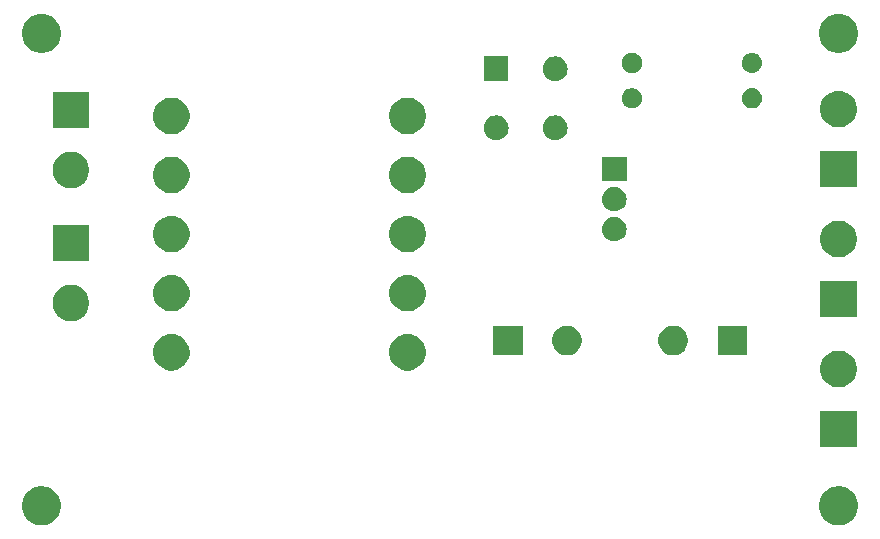
<source format=gbs>
G04 #@! TF.GenerationSoftware,KiCad,Pcbnew,5.0.2+dfsg1-1+deb10u1*
G04 #@! TF.CreationDate,2023-11-14T21:39:22+01:00*
G04 #@! TF.ProjectId,AlimentationSecteur2024v1,416c696d-656e-4746-9174-696f6e536563,rev?*
G04 #@! TF.SameCoordinates,Original*
G04 #@! TF.FileFunction,Soldermask,Bot*
G04 #@! TF.FilePolarity,Negative*
%FSLAX46Y46*%
G04 Gerber Fmt 4.6, Leading zero omitted, Abs format (unit mm)*
G04 Created by KiCad (PCBNEW 5.0.2+dfsg1-1+deb10u1) date mar. 14 nov. 2023 21:39:22 CET*
%MOMM*%
%LPD*%
G01*
G04 APERTURE LIST*
%ADD10C,0.150000*%
G04 APERTURE END LIST*
D10*
G36*
X180875256Y-118891298D02*
X180981579Y-118912447D01*
X181282042Y-119036903D01*
X181548852Y-119215180D01*
X181552454Y-119217587D01*
X181782413Y-119447546D01*
X181963098Y-119717960D01*
X182087553Y-120018422D01*
X182151000Y-120337389D01*
X182151000Y-120662611D01*
X182087553Y-120981578D01*
X181963098Y-121282040D01*
X181782413Y-121552454D01*
X181552454Y-121782413D01*
X181552451Y-121782415D01*
X181282042Y-121963097D01*
X180981579Y-122087553D01*
X180875256Y-122108702D01*
X180662611Y-122151000D01*
X180337389Y-122151000D01*
X180124744Y-122108702D01*
X180018421Y-122087553D01*
X179717958Y-121963097D01*
X179447549Y-121782415D01*
X179447546Y-121782413D01*
X179217587Y-121552454D01*
X179036902Y-121282040D01*
X178912447Y-120981578D01*
X178849000Y-120662611D01*
X178849000Y-120337389D01*
X178912447Y-120018422D01*
X179036902Y-119717960D01*
X179217587Y-119447546D01*
X179447546Y-119217587D01*
X179451148Y-119215180D01*
X179717958Y-119036903D01*
X180018421Y-118912447D01*
X180124744Y-118891298D01*
X180337389Y-118849000D01*
X180662611Y-118849000D01*
X180875256Y-118891298D01*
X180875256Y-118891298D01*
G37*
G36*
X113375256Y-118891298D02*
X113481579Y-118912447D01*
X113782042Y-119036903D01*
X114048852Y-119215180D01*
X114052454Y-119217587D01*
X114282413Y-119447546D01*
X114463098Y-119717960D01*
X114587553Y-120018422D01*
X114651000Y-120337389D01*
X114651000Y-120662611D01*
X114587553Y-120981578D01*
X114463098Y-121282040D01*
X114282413Y-121552454D01*
X114052454Y-121782413D01*
X114052451Y-121782415D01*
X113782042Y-121963097D01*
X113481579Y-122087553D01*
X113375256Y-122108702D01*
X113162611Y-122151000D01*
X112837389Y-122151000D01*
X112624744Y-122108702D01*
X112518421Y-122087553D01*
X112217958Y-121963097D01*
X111947549Y-121782415D01*
X111947546Y-121782413D01*
X111717587Y-121552454D01*
X111536902Y-121282040D01*
X111412447Y-120981578D01*
X111349000Y-120662611D01*
X111349000Y-120337389D01*
X111412447Y-120018422D01*
X111536902Y-119717960D01*
X111717587Y-119447546D01*
X111947546Y-119217587D01*
X111951148Y-119215180D01*
X112217958Y-119036903D01*
X112518421Y-118912447D01*
X112624744Y-118891298D01*
X112837389Y-118849000D01*
X113162611Y-118849000D01*
X113375256Y-118891298D01*
X113375256Y-118891298D01*
G37*
G36*
X182051000Y-115551000D02*
X178949000Y-115551000D01*
X178949000Y-112449000D01*
X182051000Y-112449000D01*
X182051000Y-115551000D01*
X182051000Y-115551000D01*
G37*
G36*
X180852527Y-107408736D02*
X180952410Y-107428604D01*
X181234674Y-107545521D01*
X181488705Y-107715259D01*
X181704741Y-107931295D01*
X181874479Y-108185326D01*
X181991396Y-108467590D01*
X182051000Y-108767240D01*
X182051000Y-109072760D01*
X181991396Y-109372410D01*
X181874479Y-109654674D01*
X181704741Y-109908705D01*
X181488705Y-110124741D01*
X181234674Y-110294479D01*
X180952410Y-110411396D01*
X180852527Y-110431264D01*
X180652762Y-110471000D01*
X180347238Y-110471000D01*
X180147473Y-110431264D01*
X180047590Y-110411396D01*
X179765326Y-110294479D01*
X179511295Y-110124741D01*
X179295259Y-109908705D01*
X179125521Y-109654674D01*
X179008604Y-109372410D01*
X178949000Y-109072760D01*
X178949000Y-108767240D01*
X179008604Y-108467590D01*
X179125521Y-108185326D01*
X179295259Y-107931295D01*
X179511295Y-107715259D01*
X179765326Y-107545521D01*
X180047590Y-107428604D01*
X180147473Y-107408736D01*
X180347238Y-107369000D01*
X180652762Y-107369000D01*
X180852527Y-107408736D01*
X180852527Y-107408736D01*
G37*
G36*
X144352527Y-105988736D02*
X144452410Y-106008604D01*
X144734674Y-106125521D01*
X144988705Y-106295259D01*
X145204741Y-106511295D01*
X145374479Y-106765326D01*
X145491396Y-107047590D01*
X145491396Y-107047591D01*
X145541100Y-107297466D01*
X145551000Y-107347240D01*
X145551000Y-107652760D01*
X145491396Y-107952410D01*
X145374479Y-108234674D01*
X145204741Y-108488705D01*
X144988705Y-108704741D01*
X144734674Y-108874479D01*
X144452410Y-108991396D01*
X144352527Y-109011264D01*
X144152762Y-109051000D01*
X143847238Y-109051000D01*
X143647473Y-109011264D01*
X143547590Y-108991396D01*
X143265326Y-108874479D01*
X143011295Y-108704741D01*
X142795259Y-108488705D01*
X142625521Y-108234674D01*
X142508604Y-107952410D01*
X142449000Y-107652760D01*
X142449000Y-107347240D01*
X142458901Y-107297466D01*
X142508604Y-107047591D01*
X142508604Y-107047590D01*
X142625521Y-106765326D01*
X142795259Y-106511295D01*
X143011295Y-106295259D01*
X143265326Y-106125521D01*
X143547590Y-106008604D01*
X143647473Y-105988736D01*
X143847238Y-105949000D01*
X144152762Y-105949000D01*
X144352527Y-105988736D01*
X144352527Y-105988736D01*
G37*
G36*
X124352527Y-105988736D02*
X124452410Y-106008604D01*
X124734674Y-106125521D01*
X124988705Y-106295259D01*
X125204741Y-106511295D01*
X125374479Y-106765326D01*
X125491396Y-107047590D01*
X125491396Y-107047591D01*
X125541100Y-107297466D01*
X125551000Y-107347240D01*
X125551000Y-107652760D01*
X125491396Y-107952410D01*
X125374479Y-108234674D01*
X125204741Y-108488705D01*
X124988705Y-108704741D01*
X124734674Y-108874479D01*
X124452410Y-108991396D01*
X124352527Y-109011264D01*
X124152762Y-109051000D01*
X123847238Y-109051000D01*
X123647473Y-109011264D01*
X123547590Y-108991396D01*
X123265326Y-108874479D01*
X123011295Y-108704741D01*
X122795259Y-108488705D01*
X122625521Y-108234674D01*
X122508604Y-107952410D01*
X122449000Y-107652760D01*
X122449000Y-107347240D01*
X122458901Y-107297466D01*
X122508604Y-107047591D01*
X122508604Y-107047590D01*
X122625521Y-106765326D01*
X122795259Y-106511295D01*
X123011295Y-106295259D01*
X123265326Y-106125521D01*
X123547590Y-106008604D01*
X123647473Y-105988736D01*
X123847238Y-105949000D01*
X124152762Y-105949000D01*
X124352527Y-105988736D01*
X124352527Y-105988736D01*
G37*
G36*
X153751000Y-107751000D02*
X151249000Y-107751000D01*
X151249000Y-105249000D01*
X153751000Y-105249000D01*
X153751000Y-107751000D01*
X153751000Y-107751000D01*
G37*
G36*
X172751000Y-107751000D02*
X170249000Y-107751000D01*
X170249000Y-105249000D01*
X172751000Y-105249000D01*
X172751000Y-107751000D01*
X172751000Y-107751000D01*
G37*
G36*
X166683636Y-105261019D02*
X166864903Y-105297075D01*
X167092571Y-105391378D01*
X167296542Y-105527668D01*
X167297469Y-105528287D01*
X167471713Y-105702531D01*
X167471715Y-105702534D01*
X167608622Y-105907429D01*
X167702925Y-106135097D01*
X167751000Y-106376787D01*
X167751000Y-106623213D01*
X167702925Y-106864903D01*
X167608622Y-107092571D01*
X167472332Y-107296542D01*
X167471713Y-107297469D01*
X167297469Y-107471713D01*
X167297466Y-107471715D01*
X167092571Y-107608622D01*
X166864903Y-107702925D01*
X166683635Y-107738981D01*
X166623214Y-107751000D01*
X166376786Y-107751000D01*
X166316365Y-107738981D01*
X166135097Y-107702925D01*
X165907429Y-107608622D01*
X165702534Y-107471715D01*
X165702531Y-107471713D01*
X165528287Y-107297469D01*
X165527668Y-107296542D01*
X165391378Y-107092571D01*
X165297075Y-106864903D01*
X165249000Y-106623213D01*
X165249000Y-106376787D01*
X165297075Y-106135097D01*
X165391378Y-105907429D01*
X165528285Y-105702534D01*
X165528287Y-105702531D01*
X165702531Y-105528287D01*
X165703458Y-105527668D01*
X165907429Y-105391378D01*
X166135097Y-105297075D01*
X166316364Y-105261019D01*
X166376786Y-105249000D01*
X166623214Y-105249000D01*
X166683636Y-105261019D01*
X166683636Y-105261019D01*
G37*
G36*
X157683636Y-105261019D02*
X157864903Y-105297075D01*
X158092571Y-105391378D01*
X158296542Y-105527668D01*
X158297469Y-105528287D01*
X158471713Y-105702531D01*
X158471715Y-105702534D01*
X158608622Y-105907429D01*
X158702925Y-106135097D01*
X158751000Y-106376787D01*
X158751000Y-106623213D01*
X158702925Y-106864903D01*
X158608622Y-107092571D01*
X158472332Y-107296542D01*
X158471713Y-107297469D01*
X158297469Y-107471713D01*
X158297466Y-107471715D01*
X158092571Y-107608622D01*
X157864903Y-107702925D01*
X157683635Y-107738981D01*
X157623214Y-107751000D01*
X157376786Y-107751000D01*
X157316365Y-107738981D01*
X157135097Y-107702925D01*
X156907429Y-107608622D01*
X156702534Y-107471715D01*
X156702531Y-107471713D01*
X156528287Y-107297469D01*
X156527668Y-107296542D01*
X156391378Y-107092571D01*
X156297075Y-106864903D01*
X156249000Y-106623213D01*
X156249000Y-106376787D01*
X156297075Y-106135097D01*
X156391378Y-105907429D01*
X156528285Y-105702534D01*
X156528287Y-105702531D01*
X156702531Y-105528287D01*
X156703458Y-105527668D01*
X156907429Y-105391378D01*
X157135097Y-105297075D01*
X157316364Y-105261019D01*
X157376786Y-105249000D01*
X157623214Y-105249000D01*
X157683636Y-105261019D01*
X157683636Y-105261019D01*
G37*
G36*
X115852527Y-101818736D02*
X115952410Y-101838604D01*
X116234674Y-101955521D01*
X116488705Y-102125259D01*
X116704741Y-102341295D01*
X116874479Y-102595326D01*
X116991396Y-102877590D01*
X116991396Y-102877591D01*
X117051000Y-103177238D01*
X117051000Y-103482762D01*
X117049817Y-103488707D01*
X116991396Y-103782410D01*
X116874479Y-104064674D01*
X116704741Y-104318705D01*
X116488705Y-104534741D01*
X116234674Y-104704479D01*
X115952410Y-104821396D01*
X115852527Y-104841264D01*
X115652762Y-104881000D01*
X115347238Y-104881000D01*
X115147473Y-104841264D01*
X115047590Y-104821396D01*
X114765326Y-104704479D01*
X114511295Y-104534741D01*
X114295259Y-104318705D01*
X114125521Y-104064674D01*
X114008604Y-103782410D01*
X113950183Y-103488707D01*
X113949000Y-103482762D01*
X113949000Y-103177238D01*
X114008604Y-102877591D01*
X114008604Y-102877590D01*
X114125521Y-102595326D01*
X114295259Y-102341295D01*
X114511295Y-102125259D01*
X114765326Y-101955521D01*
X115047590Y-101838604D01*
X115147473Y-101818736D01*
X115347238Y-101779000D01*
X115652762Y-101779000D01*
X115852527Y-101818736D01*
X115852527Y-101818736D01*
G37*
G36*
X182051000Y-104551000D02*
X178949000Y-104551000D01*
X178949000Y-101449000D01*
X182051000Y-101449000D01*
X182051000Y-104551000D01*
X182051000Y-104551000D01*
G37*
G36*
X144352527Y-100988736D02*
X144452410Y-101008604D01*
X144734674Y-101125521D01*
X144988705Y-101295259D01*
X145204741Y-101511295D01*
X145374479Y-101765326D01*
X145491396Y-102047590D01*
X145491396Y-102047591D01*
X145549818Y-102341295D01*
X145551000Y-102347240D01*
X145551000Y-102652760D01*
X145491396Y-102952410D01*
X145374479Y-103234674D01*
X145204741Y-103488705D01*
X144988705Y-103704741D01*
X144734674Y-103874479D01*
X144452410Y-103991396D01*
X144352527Y-104011264D01*
X144152762Y-104051000D01*
X143847238Y-104051000D01*
X143647473Y-104011264D01*
X143547590Y-103991396D01*
X143265326Y-103874479D01*
X143011295Y-103704741D01*
X142795259Y-103488705D01*
X142625521Y-103234674D01*
X142508604Y-102952410D01*
X142449000Y-102652760D01*
X142449000Y-102347240D01*
X142450183Y-102341295D01*
X142508604Y-102047591D01*
X142508604Y-102047590D01*
X142625521Y-101765326D01*
X142795259Y-101511295D01*
X143011295Y-101295259D01*
X143265326Y-101125521D01*
X143547590Y-101008604D01*
X143647473Y-100988736D01*
X143847238Y-100949000D01*
X144152762Y-100949000D01*
X144352527Y-100988736D01*
X144352527Y-100988736D01*
G37*
G36*
X124352527Y-100988736D02*
X124452410Y-101008604D01*
X124734674Y-101125521D01*
X124988705Y-101295259D01*
X125204741Y-101511295D01*
X125374479Y-101765326D01*
X125491396Y-102047590D01*
X125491396Y-102047591D01*
X125549818Y-102341295D01*
X125551000Y-102347240D01*
X125551000Y-102652760D01*
X125491396Y-102952410D01*
X125374479Y-103234674D01*
X125204741Y-103488705D01*
X124988705Y-103704741D01*
X124734674Y-103874479D01*
X124452410Y-103991396D01*
X124352527Y-104011264D01*
X124152762Y-104051000D01*
X123847238Y-104051000D01*
X123647473Y-104011264D01*
X123547590Y-103991396D01*
X123265326Y-103874479D01*
X123011295Y-103704741D01*
X122795259Y-103488705D01*
X122625521Y-103234674D01*
X122508604Y-102952410D01*
X122449000Y-102652760D01*
X122449000Y-102347240D01*
X122450183Y-102341295D01*
X122508604Y-102047591D01*
X122508604Y-102047590D01*
X122625521Y-101765326D01*
X122795259Y-101511295D01*
X123011295Y-101295259D01*
X123265326Y-101125521D01*
X123547590Y-101008604D01*
X123647473Y-100988736D01*
X123847238Y-100949000D01*
X124152762Y-100949000D01*
X124352527Y-100988736D01*
X124352527Y-100988736D01*
G37*
G36*
X117051000Y-99801000D02*
X113949000Y-99801000D01*
X113949000Y-96699000D01*
X117051000Y-96699000D01*
X117051000Y-99801000D01*
X117051000Y-99801000D01*
G37*
G36*
X180852527Y-96408736D02*
X180952410Y-96428604D01*
X181234674Y-96545521D01*
X181488705Y-96715259D01*
X181704741Y-96931295D01*
X181874479Y-97185326D01*
X181991396Y-97467590D01*
X182051000Y-97767240D01*
X182051000Y-98072760D01*
X181991396Y-98372410D01*
X181874479Y-98654674D01*
X181704741Y-98908705D01*
X181488705Y-99124741D01*
X181234674Y-99294479D01*
X180952410Y-99411396D01*
X180852527Y-99431264D01*
X180652762Y-99471000D01*
X180347238Y-99471000D01*
X180147473Y-99431264D01*
X180047590Y-99411396D01*
X179765326Y-99294479D01*
X179511295Y-99124741D01*
X179295259Y-98908705D01*
X179125521Y-98654674D01*
X179008604Y-98372410D01*
X178949000Y-98072760D01*
X178949000Y-97767240D01*
X179008604Y-97467590D01*
X179125521Y-97185326D01*
X179295259Y-96931295D01*
X179511295Y-96715259D01*
X179765326Y-96545521D01*
X180047590Y-96428604D01*
X180147473Y-96408736D01*
X180347238Y-96369000D01*
X180652762Y-96369000D01*
X180852527Y-96408736D01*
X180852527Y-96408736D01*
G37*
G36*
X144352527Y-95988736D02*
X144452410Y-96008604D01*
X144734674Y-96125521D01*
X144988705Y-96295259D01*
X145204741Y-96511295D01*
X145374479Y-96765326D01*
X145491396Y-97047590D01*
X145551000Y-97347240D01*
X145551000Y-97652760D01*
X145491396Y-97952410D01*
X145374479Y-98234674D01*
X145204741Y-98488705D01*
X144988705Y-98704741D01*
X144734674Y-98874479D01*
X144452410Y-98991396D01*
X144352527Y-99011264D01*
X144152762Y-99051000D01*
X143847238Y-99051000D01*
X143647473Y-99011264D01*
X143547590Y-98991396D01*
X143265326Y-98874479D01*
X143011295Y-98704741D01*
X142795259Y-98488705D01*
X142625521Y-98234674D01*
X142508604Y-97952410D01*
X142449000Y-97652760D01*
X142449000Y-97347240D01*
X142508604Y-97047590D01*
X142625521Y-96765326D01*
X142795259Y-96511295D01*
X143011295Y-96295259D01*
X143265326Y-96125521D01*
X143547590Y-96008604D01*
X143647473Y-95988736D01*
X143847238Y-95949000D01*
X144152762Y-95949000D01*
X144352527Y-95988736D01*
X144352527Y-95988736D01*
G37*
G36*
X124352527Y-95988736D02*
X124452410Y-96008604D01*
X124734674Y-96125521D01*
X124988705Y-96295259D01*
X125204741Y-96511295D01*
X125374479Y-96765326D01*
X125491396Y-97047590D01*
X125551000Y-97347240D01*
X125551000Y-97652760D01*
X125491396Y-97952410D01*
X125374479Y-98234674D01*
X125204741Y-98488705D01*
X124988705Y-98704741D01*
X124734674Y-98874479D01*
X124452410Y-98991396D01*
X124352527Y-99011264D01*
X124152762Y-99051000D01*
X123847238Y-99051000D01*
X123647473Y-99011264D01*
X123547590Y-98991396D01*
X123265326Y-98874479D01*
X123011295Y-98704741D01*
X122795259Y-98488705D01*
X122625521Y-98234674D01*
X122508604Y-97952410D01*
X122449000Y-97652760D01*
X122449000Y-97347240D01*
X122508604Y-97047590D01*
X122625521Y-96765326D01*
X122795259Y-96511295D01*
X123011295Y-96295259D01*
X123265326Y-96125521D01*
X123547590Y-96008604D01*
X123647473Y-95988736D01*
X123847238Y-95949000D01*
X124152762Y-95949000D01*
X124352527Y-95988736D01*
X124352527Y-95988736D01*
G37*
G36*
X161655764Y-96082308D02*
X161744220Y-96091020D01*
X161933381Y-96148401D01*
X162107712Y-96241583D01*
X162260515Y-96366985D01*
X162385917Y-96519788D01*
X162479099Y-96694119D01*
X162536480Y-96883280D01*
X162555855Y-97080000D01*
X162536480Y-97276720D01*
X162479099Y-97465881D01*
X162385917Y-97640212D01*
X162260515Y-97793015D01*
X162107712Y-97918417D01*
X161933381Y-98011599D01*
X161744220Y-98068980D01*
X161655764Y-98077692D01*
X161596796Y-98083500D01*
X161403204Y-98083500D01*
X161344236Y-98077692D01*
X161255780Y-98068980D01*
X161066619Y-98011599D01*
X160892288Y-97918417D01*
X160739485Y-97793015D01*
X160614083Y-97640212D01*
X160520901Y-97465881D01*
X160463520Y-97276720D01*
X160444145Y-97080000D01*
X160463520Y-96883280D01*
X160520901Y-96694119D01*
X160614083Y-96519788D01*
X160739485Y-96366985D01*
X160892288Y-96241583D01*
X161066619Y-96148401D01*
X161255780Y-96091020D01*
X161344236Y-96082308D01*
X161403204Y-96076500D01*
X161596796Y-96076500D01*
X161655764Y-96082308D01*
X161655764Y-96082308D01*
G37*
G36*
X161655764Y-93542308D02*
X161744220Y-93551020D01*
X161933381Y-93608401D01*
X162107712Y-93701583D01*
X162260515Y-93826985D01*
X162385917Y-93979788D01*
X162479099Y-94154119D01*
X162536480Y-94343280D01*
X162555855Y-94540000D01*
X162536480Y-94736720D01*
X162479099Y-94925881D01*
X162385917Y-95100212D01*
X162260515Y-95253015D01*
X162107712Y-95378417D01*
X161933381Y-95471599D01*
X161744220Y-95528980D01*
X161655764Y-95537692D01*
X161596796Y-95543500D01*
X161403204Y-95543500D01*
X161344236Y-95537692D01*
X161255780Y-95528980D01*
X161066619Y-95471599D01*
X160892288Y-95378417D01*
X160739485Y-95253015D01*
X160614083Y-95100212D01*
X160520901Y-94925881D01*
X160463520Y-94736720D01*
X160444145Y-94540000D01*
X160463520Y-94343280D01*
X160520901Y-94154119D01*
X160614083Y-93979788D01*
X160739485Y-93826985D01*
X160892288Y-93701583D01*
X161066619Y-93608401D01*
X161255780Y-93551020D01*
X161344236Y-93542308D01*
X161403204Y-93536500D01*
X161596796Y-93536500D01*
X161655764Y-93542308D01*
X161655764Y-93542308D01*
G37*
G36*
X124352527Y-90988736D02*
X124452410Y-91008604D01*
X124734674Y-91125521D01*
X124988705Y-91295259D01*
X125204741Y-91511295D01*
X125374479Y-91765326D01*
X125491396Y-92047590D01*
X125551000Y-92347240D01*
X125551000Y-92652760D01*
X125491396Y-92952410D01*
X125374479Y-93234674D01*
X125204741Y-93488705D01*
X124988705Y-93704741D01*
X124734674Y-93874479D01*
X124452410Y-93991396D01*
X124352527Y-94011264D01*
X124152762Y-94051000D01*
X123847238Y-94051000D01*
X123647473Y-94011264D01*
X123547590Y-93991396D01*
X123265326Y-93874479D01*
X123011295Y-93704741D01*
X122795259Y-93488705D01*
X122625521Y-93234674D01*
X122508604Y-92952410D01*
X122449000Y-92652760D01*
X122449000Y-92347240D01*
X122508604Y-92047590D01*
X122625521Y-91765326D01*
X122795259Y-91511295D01*
X123011295Y-91295259D01*
X123265326Y-91125521D01*
X123547590Y-91008604D01*
X123647473Y-90988736D01*
X123847238Y-90949000D01*
X124152762Y-90949000D01*
X124352527Y-90988736D01*
X124352527Y-90988736D01*
G37*
G36*
X144352527Y-90988736D02*
X144452410Y-91008604D01*
X144734674Y-91125521D01*
X144988705Y-91295259D01*
X145204741Y-91511295D01*
X145374479Y-91765326D01*
X145491396Y-92047590D01*
X145551000Y-92347240D01*
X145551000Y-92652760D01*
X145491396Y-92952410D01*
X145374479Y-93234674D01*
X145204741Y-93488705D01*
X144988705Y-93704741D01*
X144734674Y-93874479D01*
X144452410Y-93991396D01*
X144352527Y-94011264D01*
X144152762Y-94051000D01*
X143847238Y-94051000D01*
X143647473Y-94011264D01*
X143547590Y-93991396D01*
X143265326Y-93874479D01*
X143011295Y-93704741D01*
X142795259Y-93488705D01*
X142625521Y-93234674D01*
X142508604Y-92952410D01*
X142449000Y-92652760D01*
X142449000Y-92347240D01*
X142508604Y-92047590D01*
X142625521Y-91765326D01*
X142795259Y-91511295D01*
X143011295Y-91295259D01*
X143265326Y-91125521D01*
X143547590Y-91008604D01*
X143647473Y-90988736D01*
X143847238Y-90949000D01*
X144152762Y-90949000D01*
X144352527Y-90988736D01*
X144352527Y-90988736D01*
G37*
G36*
X115852527Y-90568736D02*
X115952410Y-90588604D01*
X116234674Y-90705521D01*
X116488705Y-90875259D01*
X116704741Y-91091295D01*
X116874479Y-91345326D01*
X116991396Y-91627590D01*
X117051000Y-91927240D01*
X117051000Y-92232760D01*
X116991396Y-92532410D01*
X116874479Y-92814674D01*
X116704741Y-93068705D01*
X116488705Y-93284741D01*
X116234674Y-93454479D01*
X115952410Y-93571396D01*
X115852527Y-93591264D01*
X115652762Y-93631000D01*
X115347238Y-93631000D01*
X115147473Y-93591264D01*
X115047590Y-93571396D01*
X114765326Y-93454479D01*
X114511295Y-93284741D01*
X114295259Y-93068705D01*
X114125521Y-92814674D01*
X114008604Y-92532410D01*
X113949000Y-92232760D01*
X113949000Y-91927240D01*
X114008604Y-91627590D01*
X114125521Y-91345326D01*
X114295259Y-91091295D01*
X114511295Y-90875259D01*
X114765326Y-90705521D01*
X115047590Y-90588604D01*
X115147473Y-90568736D01*
X115347238Y-90529000D01*
X115652762Y-90529000D01*
X115852527Y-90568736D01*
X115852527Y-90568736D01*
G37*
G36*
X182051000Y-93551000D02*
X178949000Y-93551000D01*
X178949000Y-90449000D01*
X182051000Y-90449000D01*
X182051000Y-93551000D01*
X182051000Y-93551000D01*
G37*
G36*
X162551000Y-93003500D02*
X160449000Y-93003500D01*
X160449000Y-90996500D01*
X162551000Y-90996500D01*
X162551000Y-93003500D01*
X162551000Y-93003500D01*
G37*
G36*
X151582510Y-87452041D02*
X151706032Y-87464207D01*
X151904146Y-87524305D01*
X152086729Y-87621897D01*
X152246765Y-87753235D01*
X152378103Y-87913271D01*
X152475695Y-88095854D01*
X152535793Y-88293968D01*
X152556085Y-88500000D01*
X152535793Y-88706032D01*
X152475695Y-88904146D01*
X152378103Y-89086729D01*
X152246765Y-89246765D01*
X152086729Y-89378103D01*
X151904146Y-89475695D01*
X151706032Y-89535793D01*
X151582510Y-89547959D01*
X151551631Y-89551000D01*
X151448369Y-89551000D01*
X151417490Y-89547959D01*
X151293968Y-89535793D01*
X151095854Y-89475695D01*
X150913271Y-89378103D01*
X150753235Y-89246765D01*
X150621897Y-89086729D01*
X150524305Y-88904146D01*
X150464207Y-88706032D01*
X150443915Y-88500000D01*
X150464207Y-88293968D01*
X150524305Y-88095854D01*
X150621897Y-87913271D01*
X150753235Y-87753235D01*
X150913271Y-87621897D01*
X151095854Y-87524305D01*
X151293968Y-87464207D01*
X151417490Y-87452041D01*
X151448369Y-87449000D01*
X151551631Y-87449000D01*
X151582510Y-87452041D01*
X151582510Y-87452041D01*
G37*
G36*
X156582510Y-87452041D02*
X156706032Y-87464207D01*
X156904146Y-87524305D01*
X157086729Y-87621897D01*
X157246765Y-87753235D01*
X157378103Y-87913271D01*
X157475695Y-88095854D01*
X157535793Y-88293968D01*
X157556085Y-88500000D01*
X157535793Y-88706032D01*
X157475695Y-88904146D01*
X157378103Y-89086729D01*
X157246765Y-89246765D01*
X157086729Y-89378103D01*
X156904146Y-89475695D01*
X156706032Y-89535793D01*
X156582510Y-89547959D01*
X156551631Y-89551000D01*
X156448369Y-89551000D01*
X156417490Y-89547959D01*
X156293968Y-89535793D01*
X156095854Y-89475695D01*
X155913271Y-89378103D01*
X155753235Y-89246765D01*
X155621897Y-89086729D01*
X155524305Y-88904146D01*
X155464207Y-88706032D01*
X155443915Y-88500000D01*
X155464207Y-88293968D01*
X155524305Y-88095854D01*
X155621897Y-87913271D01*
X155753235Y-87753235D01*
X155913271Y-87621897D01*
X156095854Y-87524305D01*
X156293968Y-87464207D01*
X156417490Y-87452041D01*
X156448369Y-87449000D01*
X156551631Y-87449000D01*
X156582510Y-87452041D01*
X156582510Y-87452041D01*
G37*
G36*
X124352527Y-85988736D02*
X124452410Y-86008604D01*
X124734674Y-86125521D01*
X124988705Y-86295259D01*
X125204741Y-86511295D01*
X125374479Y-86765326D01*
X125491396Y-87047590D01*
X125496403Y-87072762D01*
X125551000Y-87347238D01*
X125551000Y-87652762D01*
X125511264Y-87852527D01*
X125491396Y-87952410D01*
X125374479Y-88234674D01*
X125204741Y-88488705D01*
X124988705Y-88704741D01*
X124734674Y-88874479D01*
X124452410Y-88991396D01*
X124352527Y-89011264D01*
X124152762Y-89051000D01*
X123847238Y-89051000D01*
X123647473Y-89011264D01*
X123547590Y-88991396D01*
X123265326Y-88874479D01*
X123011295Y-88704741D01*
X122795259Y-88488705D01*
X122625521Y-88234674D01*
X122508604Y-87952410D01*
X122488736Y-87852527D01*
X122449000Y-87652762D01*
X122449000Y-87347238D01*
X122503597Y-87072762D01*
X122508604Y-87047590D01*
X122625521Y-86765326D01*
X122795259Y-86511295D01*
X123011295Y-86295259D01*
X123265326Y-86125521D01*
X123547590Y-86008604D01*
X123647473Y-85988736D01*
X123847238Y-85949000D01*
X124152762Y-85949000D01*
X124352527Y-85988736D01*
X124352527Y-85988736D01*
G37*
G36*
X144352527Y-85988736D02*
X144452410Y-86008604D01*
X144734674Y-86125521D01*
X144988705Y-86295259D01*
X145204741Y-86511295D01*
X145374479Y-86765326D01*
X145491396Y-87047590D01*
X145496403Y-87072762D01*
X145551000Y-87347238D01*
X145551000Y-87652762D01*
X145511264Y-87852527D01*
X145491396Y-87952410D01*
X145374479Y-88234674D01*
X145204741Y-88488705D01*
X144988705Y-88704741D01*
X144734674Y-88874479D01*
X144452410Y-88991396D01*
X144352527Y-89011264D01*
X144152762Y-89051000D01*
X143847238Y-89051000D01*
X143647473Y-89011264D01*
X143547590Y-88991396D01*
X143265326Y-88874479D01*
X143011295Y-88704741D01*
X142795259Y-88488705D01*
X142625521Y-88234674D01*
X142508604Y-87952410D01*
X142488736Y-87852527D01*
X142449000Y-87652762D01*
X142449000Y-87347238D01*
X142503597Y-87072762D01*
X142508604Y-87047590D01*
X142625521Y-86765326D01*
X142795259Y-86511295D01*
X143011295Y-86295259D01*
X143265326Y-86125521D01*
X143547590Y-86008604D01*
X143647473Y-85988736D01*
X143847238Y-85949000D01*
X144152762Y-85949000D01*
X144352527Y-85988736D01*
X144352527Y-85988736D01*
G37*
G36*
X117051000Y-88551000D02*
X113949000Y-88551000D01*
X113949000Y-85449000D01*
X117051000Y-85449000D01*
X117051000Y-88551000D01*
X117051000Y-88551000D01*
G37*
G36*
X180852527Y-85408736D02*
X180952410Y-85428604D01*
X181234674Y-85545521D01*
X181488705Y-85715259D01*
X181704741Y-85931295D01*
X181874479Y-86185326D01*
X181964683Y-86403100D01*
X181991396Y-86467591D01*
X182050620Y-86765326D01*
X182051000Y-86767240D01*
X182051000Y-87072760D01*
X181991396Y-87372410D01*
X181874479Y-87654674D01*
X181704741Y-87908705D01*
X181488705Y-88124741D01*
X181234674Y-88294479D01*
X180952410Y-88411396D01*
X180852527Y-88431264D01*
X180652762Y-88471000D01*
X180347238Y-88471000D01*
X180147473Y-88431264D01*
X180047590Y-88411396D01*
X179765326Y-88294479D01*
X179511295Y-88124741D01*
X179295259Y-87908705D01*
X179125521Y-87654674D01*
X179008604Y-87372410D01*
X178949000Y-87072760D01*
X178949000Y-86767240D01*
X178949381Y-86765326D01*
X179008604Y-86467591D01*
X179035317Y-86403100D01*
X179125521Y-86185326D01*
X179295259Y-85931295D01*
X179511295Y-85715259D01*
X179765326Y-85545521D01*
X180047590Y-85428604D01*
X180147473Y-85408736D01*
X180347238Y-85369000D01*
X180652762Y-85369000D01*
X180852527Y-85408736D01*
X180852527Y-85408736D01*
G37*
G36*
X163248228Y-85181703D02*
X163403100Y-85245853D01*
X163542481Y-85338985D01*
X163661015Y-85457519D01*
X163754147Y-85596900D01*
X163818297Y-85751772D01*
X163851000Y-85916184D01*
X163851000Y-86083816D01*
X163818297Y-86248228D01*
X163754147Y-86403100D01*
X163661015Y-86542481D01*
X163542481Y-86661015D01*
X163403100Y-86754147D01*
X163248228Y-86818297D01*
X163083816Y-86851000D01*
X162916184Y-86851000D01*
X162751772Y-86818297D01*
X162596900Y-86754147D01*
X162457519Y-86661015D01*
X162338985Y-86542481D01*
X162245853Y-86403100D01*
X162181703Y-86248228D01*
X162149000Y-86083816D01*
X162149000Y-85916184D01*
X162181703Y-85751772D01*
X162245853Y-85596900D01*
X162338985Y-85457519D01*
X162457519Y-85338985D01*
X162596900Y-85245853D01*
X162751772Y-85181703D01*
X162916184Y-85149000D01*
X163083816Y-85149000D01*
X163248228Y-85181703D01*
X163248228Y-85181703D01*
G37*
G36*
X173326821Y-85161313D02*
X173326824Y-85161314D01*
X173326825Y-85161314D01*
X173487239Y-85209975D01*
X173487241Y-85209976D01*
X173487244Y-85209977D01*
X173635078Y-85288995D01*
X173764659Y-85395341D01*
X173871005Y-85524922D01*
X173950023Y-85672756D01*
X173950024Y-85672759D01*
X173950025Y-85672761D01*
X173998686Y-85833175D01*
X173998687Y-85833179D01*
X174015117Y-86000000D01*
X173998687Y-86166821D01*
X173998686Y-86166824D01*
X173998686Y-86166825D01*
X173973993Y-86248228D01*
X173950023Y-86327244D01*
X173871005Y-86475078D01*
X173764659Y-86604659D01*
X173635078Y-86711005D01*
X173487244Y-86790023D01*
X173487241Y-86790024D01*
X173487239Y-86790025D01*
X173326825Y-86838686D01*
X173326824Y-86838686D01*
X173326821Y-86838687D01*
X173201804Y-86851000D01*
X173118196Y-86851000D01*
X172993179Y-86838687D01*
X172993176Y-86838686D01*
X172993175Y-86838686D01*
X172832761Y-86790025D01*
X172832759Y-86790024D01*
X172832756Y-86790023D01*
X172684922Y-86711005D01*
X172555341Y-86604659D01*
X172448995Y-86475078D01*
X172369977Y-86327244D01*
X172346008Y-86248228D01*
X172321314Y-86166825D01*
X172321314Y-86166824D01*
X172321313Y-86166821D01*
X172304883Y-86000000D01*
X172321313Y-85833179D01*
X172321314Y-85833175D01*
X172369975Y-85672761D01*
X172369976Y-85672759D01*
X172369977Y-85672756D01*
X172448995Y-85524922D01*
X172555341Y-85395341D01*
X172684922Y-85288995D01*
X172832756Y-85209977D01*
X172832759Y-85209976D01*
X172832761Y-85209975D01*
X172993175Y-85161314D01*
X172993176Y-85161314D01*
X172993179Y-85161313D01*
X173118196Y-85149000D01*
X173201804Y-85149000D01*
X173326821Y-85161313D01*
X173326821Y-85161313D01*
G37*
G36*
X156582510Y-82452041D02*
X156706032Y-82464207D01*
X156904146Y-82524305D01*
X157086729Y-82621897D01*
X157246765Y-82753235D01*
X157378103Y-82913271D01*
X157475695Y-83095854D01*
X157535793Y-83293968D01*
X157556085Y-83500000D01*
X157535793Y-83706032D01*
X157475695Y-83904146D01*
X157378103Y-84086729D01*
X157246765Y-84246765D01*
X157086729Y-84378103D01*
X156904146Y-84475695D01*
X156706032Y-84535793D01*
X156582510Y-84547959D01*
X156551631Y-84551000D01*
X156448369Y-84551000D01*
X156417490Y-84547959D01*
X156293968Y-84535793D01*
X156095854Y-84475695D01*
X155913271Y-84378103D01*
X155753235Y-84246765D01*
X155621897Y-84086729D01*
X155524305Y-83904146D01*
X155464207Y-83706032D01*
X155443915Y-83500000D01*
X155464207Y-83293968D01*
X155524305Y-83095854D01*
X155621897Y-82913271D01*
X155753235Y-82753235D01*
X155913271Y-82621897D01*
X156095854Y-82524305D01*
X156293968Y-82464207D01*
X156417490Y-82452041D01*
X156448369Y-82449000D01*
X156551631Y-82449000D01*
X156582510Y-82452041D01*
X156582510Y-82452041D01*
G37*
G36*
X152551000Y-84551000D02*
X150449000Y-84551000D01*
X150449000Y-82449000D01*
X152551000Y-82449000D01*
X152551000Y-84551000D01*
X152551000Y-84551000D01*
G37*
G36*
X173326821Y-82161313D02*
X173326824Y-82161314D01*
X173326825Y-82161314D01*
X173487239Y-82209975D01*
X173487241Y-82209976D01*
X173487244Y-82209977D01*
X173635078Y-82288995D01*
X173764659Y-82395341D01*
X173871005Y-82524922D01*
X173950023Y-82672756D01*
X173950024Y-82672759D01*
X173950025Y-82672761D01*
X173974436Y-82753235D01*
X173998687Y-82833179D01*
X174015117Y-83000000D01*
X173998687Y-83166821D01*
X173998686Y-83166824D01*
X173998686Y-83166825D01*
X173960118Y-83293968D01*
X173950023Y-83327244D01*
X173871005Y-83475078D01*
X173764659Y-83604659D01*
X173635078Y-83711005D01*
X173487244Y-83790023D01*
X173487241Y-83790024D01*
X173487239Y-83790025D01*
X173326825Y-83838686D01*
X173326824Y-83838686D01*
X173326821Y-83838687D01*
X173201804Y-83851000D01*
X173118196Y-83851000D01*
X172993179Y-83838687D01*
X172993176Y-83838686D01*
X172993175Y-83838686D01*
X172832761Y-83790025D01*
X172832759Y-83790024D01*
X172832756Y-83790023D01*
X172684922Y-83711005D01*
X172555341Y-83604659D01*
X172448995Y-83475078D01*
X172369977Y-83327244D01*
X172359883Y-83293968D01*
X172321314Y-83166825D01*
X172321314Y-83166824D01*
X172321313Y-83166821D01*
X172304883Y-83000000D01*
X172321313Y-82833179D01*
X172345564Y-82753235D01*
X172369975Y-82672761D01*
X172369976Y-82672759D01*
X172369977Y-82672756D01*
X172448995Y-82524922D01*
X172555341Y-82395341D01*
X172684922Y-82288995D01*
X172832756Y-82209977D01*
X172832759Y-82209976D01*
X172832761Y-82209975D01*
X172993175Y-82161314D01*
X172993176Y-82161314D01*
X172993179Y-82161313D01*
X173118196Y-82149000D01*
X173201804Y-82149000D01*
X173326821Y-82161313D01*
X173326821Y-82161313D01*
G37*
G36*
X163248228Y-82181703D02*
X163403100Y-82245853D01*
X163542481Y-82338985D01*
X163661015Y-82457519D01*
X163754147Y-82596900D01*
X163818297Y-82751772D01*
X163851000Y-82916184D01*
X163851000Y-83083816D01*
X163818297Y-83248228D01*
X163754147Y-83403100D01*
X163661015Y-83542481D01*
X163542481Y-83661015D01*
X163403100Y-83754147D01*
X163248228Y-83818297D01*
X163083816Y-83851000D01*
X162916184Y-83851000D01*
X162751772Y-83818297D01*
X162596900Y-83754147D01*
X162457519Y-83661015D01*
X162338985Y-83542481D01*
X162245853Y-83403100D01*
X162181703Y-83248228D01*
X162149000Y-83083816D01*
X162149000Y-82916184D01*
X162181703Y-82751772D01*
X162245853Y-82596900D01*
X162338985Y-82457519D01*
X162457519Y-82338985D01*
X162596900Y-82245853D01*
X162751772Y-82181703D01*
X162916184Y-82149000D01*
X163083816Y-82149000D01*
X163248228Y-82181703D01*
X163248228Y-82181703D01*
G37*
G36*
X180875256Y-78891298D02*
X180981579Y-78912447D01*
X181282042Y-79036903D01*
X181548852Y-79215180D01*
X181552454Y-79217587D01*
X181782413Y-79447546D01*
X181963098Y-79717960D01*
X182087553Y-80018422D01*
X182151000Y-80337389D01*
X182151000Y-80662611D01*
X182087553Y-80981578D01*
X181963098Y-81282040D01*
X181782413Y-81552454D01*
X181552454Y-81782413D01*
X181552451Y-81782415D01*
X181282042Y-81963097D01*
X180981579Y-82087553D01*
X180875256Y-82108702D01*
X180662611Y-82151000D01*
X180337389Y-82151000D01*
X180124744Y-82108702D01*
X180018421Y-82087553D01*
X179717958Y-81963097D01*
X179447549Y-81782415D01*
X179447546Y-81782413D01*
X179217587Y-81552454D01*
X179036902Y-81282040D01*
X178912447Y-80981578D01*
X178849000Y-80662611D01*
X178849000Y-80337389D01*
X178912447Y-80018422D01*
X179036902Y-79717960D01*
X179217587Y-79447546D01*
X179447546Y-79217587D01*
X179451148Y-79215180D01*
X179717958Y-79036903D01*
X180018421Y-78912447D01*
X180124744Y-78891298D01*
X180337389Y-78849000D01*
X180662611Y-78849000D01*
X180875256Y-78891298D01*
X180875256Y-78891298D01*
G37*
G36*
X113375256Y-78891298D02*
X113481579Y-78912447D01*
X113782042Y-79036903D01*
X114048852Y-79215180D01*
X114052454Y-79217587D01*
X114282413Y-79447546D01*
X114463098Y-79717960D01*
X114587553Y-80018422D01*
X114651000Y-80337389D01*
X114651000Y-80662611D01*
X114587553Y-80981578D01*
X114463098Y-81282040D01*
X114282413Y-81552454D01*
X114052454Y-81782413D01*
X114052451Y-81782415D01*
X113782042Y-81963097D01*
X113481579Y-82087553D01*
X113375256Y-82108702D01*
X113162611Y-82151000D01*
X112837389Y-82151000D01*
X112624744Y-82108702D01*
X112518421Y-82087553D01*
X112217958Y-81963097D01*
X111947549Y-81782415D01*
X111947546Y-81782413D01*
X111717587Y-81552454D01*
X111536902Y-81282040D01*
X111412447Y-80981578D01*
X111349000Y-80662611D01*
X111349000Y-80337389D01*
X111412447Y-80018422D01*
X111536902Y-79717960D01*
X111717587Y-79447546D01*
X111947546Y-79217587D01*
X111951148Y-79215180D01*
X112217958Y-79036903D01*
X112518421Y-78912447D01*
X112624744Y-78891298D01*
X112837389Y-78849000D01*
X113162611Y-78849000D01*
X113375256Y-78891298D01*
X113375256Y-78891298D01*
G37*
M02*

</source>
